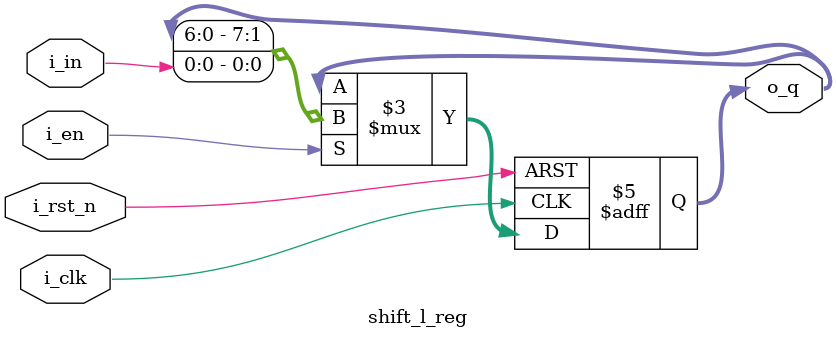
<source format=v>
module shift_l_reg #(
	parameter WIDTH = 8
)(
	input				i_clk,
	input				i_rst_n,
	input				i_en,
	input				i_in,
	output	reg	[WIDTH-1:0]	o_q
);

	always @(posedge i_clk or negedge i_rst_n) begin
		if(!i_rst_n)
			o_q <= 0;
		else if (i_en)
			o_q <= {o_q[WIDTH-2:0], i_in}; 
	end

endmodule

</source>
